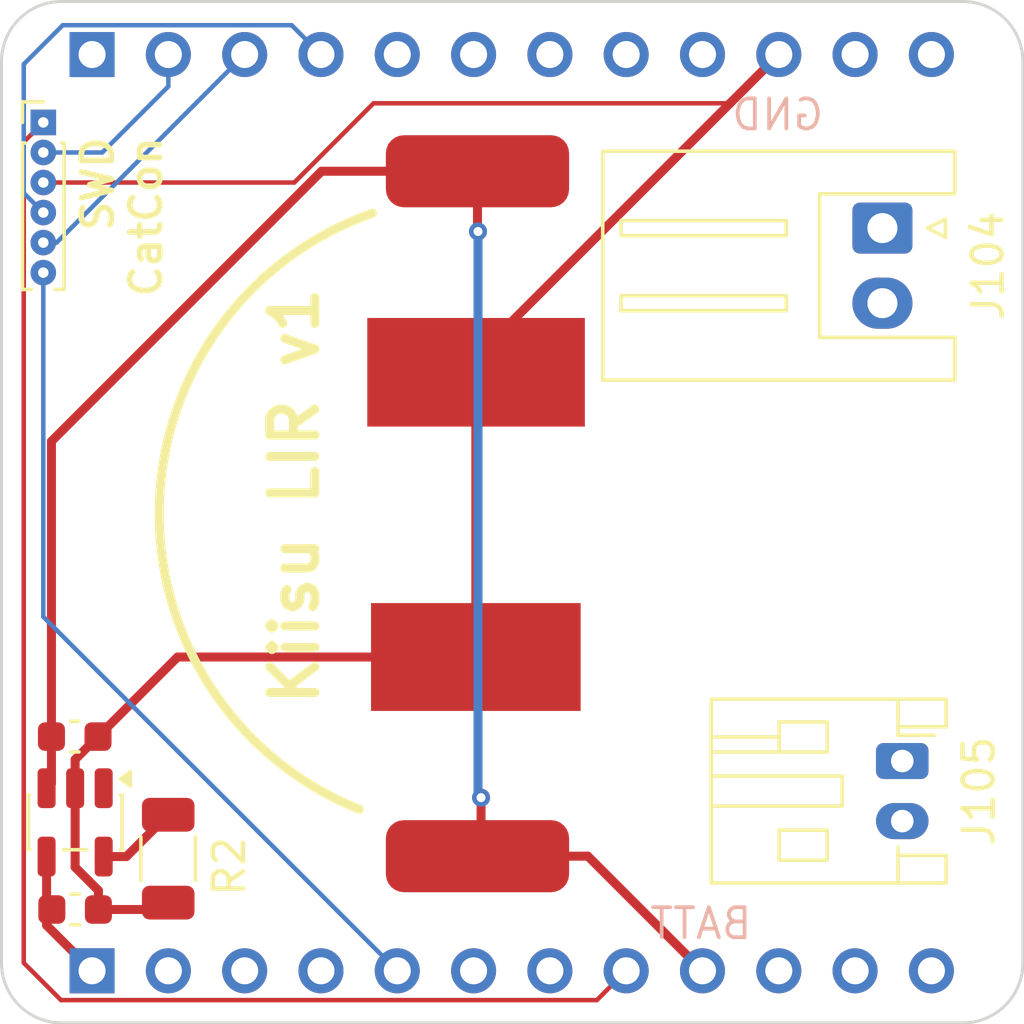
<source format=kicad_pcb>
(kicad_pcb (version 20241229) (generator "pcbnew") (generator_version "9.0")
  (layers (0 "F.Cu" signal) (2 "B.Cu" signal) (13 "F.Paste" user) (15 "B.Paste" user) (5 "F.SilkS" user "F.Silkscreen") (7 "B.SilkS" user "B.Silkscreen") (1 "F.Mask" user) (3 "B.Mask" user) (25 "Edge.Cuts" user))
  (net 0 "")
  (net 1 "GND")
  (net 2 "BATT")
  (net 3 "VUSB")
  (net 4 "NRST")
  (net 5 "SWCLK")
  (net 6 "+3V3")
  (net 7 "SWDIO")
  (net 8 "Net-(U2-PROG)")
  (net 23 "SWO")
  (net 25 "PW_ON")
  (footprint "Rainwalker:KiisuMiniV1" (layer "F.Cu") (at 65.74 157.29)
    (property "Reference" "U1" (hide yes))
    (property "Value" "KiisuMiniV1" (hide yes))
    (pad "1" thru_hole rect (at -13.97 15.25) (size 1.5 1.5) (drill 0.9) (layers "*.Cu" "*.Mask") (net 3 "VUSB"))
    (pad "2" thru_hole circle (at -11.43 15.25) (size 1.5 1.5) (drill 0.9) (layers "*.Cu" "*.Mask"))
    (pad "3" thru_hole circle (at -8.89 15.25) (size 1.5 1.5) (drill 0.9) (layers "*.Cu" "*.Mask"))
    (pad "4" thru_hole circle (at -6.35 15.25) (size 1.5 1.5) (drill 0.9) (layers "*.Cu" "*.Mask"))
    (pad "5" thru_hole circle (at -3.81 15.25) (size 1.5 1.5) (drill 0.9) (layers "*.Cu" "*.Mask") (net 23 "SWO"))
    (pad "6" thru_hole circle (at -1.27 15.25) (size 1.5 1.5) (drill 0.9) (layers "*.Cu" "*.Mask"))
    (pad "7" thru_hole circle (at 1.27 15.25) (size 1.5 1.5) (drill 0.9) (layers "*.Cu" "*.Mask"))
    (pad "8" thru_hole circle (at 3.81 15.25) (size 1.5 1.5) (drill 0.9) (layers "*.Cu" "*.Mask") (net 6 "+3V3"))
    (pad "9" thru_hole circle (at 6.35 15.25) (size 1.5 1.5) (drill 0.9) (layers "*.Cu" "*.Mask") (net 2 "BATT"))
    (pad "10" thru_hole circle (at 8.89 15.25) (size 1.5 1.5) (drill 0.9) (layers "*.Cu" "*.Mask"))
    (pad "11" thru_hole circle (at 11.43 15.25) (size 1.5 1.5) (drill 0.9) (layers "*.Cu" "*.Mask"))
    (pad "12" thru_hole circle (at 13.97 15.25) (size 1.5 1.5) (drill 0.9) (layers "*.Cu" "*.Mask"))
    (pad "13" thru_hole circle (at 13.97 -15.25) (size 1.5 1.5) (drill 0.9) (layers "*.Cu" "*.Mask"))
    (pad "14" thru_hole circle (at 11.43 -15.25) (size 1.5 1.5) (drill 0.9) (layers "*.Cu" "*.Mask"))
    (pad "15" thru_hole circle (at 8.89 -15.25) (size 1.5 1.5) (drill 0.9) (layers "*.Cu" "*.Mask") (net 1 "GND"))
    (pad "16" thru_hole circle (at 6.35 -15.25) (size 1.5 1.5) (drill 0.9) (layers "*.Cu" "*.Mask"))
    (pad "17" thru_hole circle (at 3.81 -15.25) (size 1.5 1.5) (drill 0.9) (layers "*.Cu" "*.Mask"))
    (pad "18" thru_hole circle (at 1.27 -15.25) (size 1.5 1.5) (drill 0.9) (layers "*.Cu" "*.Mask"))
    (pad "19" thru_hole circle (at -1.27 -15.25) (size 1.5 1.5) (drill 0.9) (layers "*.Cu" "*.Mask"))
    (pad "20" thru_hole circle (at -3.81 -15.25) (size 1.5 1.5) (drill 0.9) (layers "*.Cu" "*.Mask"))
    (pad "21" thru_hole circle (at -6.35 -15.25) (size 1.5 1.5) (drill 0.9) (layers "*.Cu" "*.Mask") (net 7 "SWDIO"))
    (pad "22" thru_hole circle (at -8.89 -15.25) (size 1.5 1.5) (drill 0.9) (layers "*.Cu" "*.Mask") (net 4 "NRST"))
    (pad "23" thru_hole circle (at -11.43 -15.25) (size 1.5 1.5) (drill 0.9) (layers "*.Cu" "*.Mask") (net 5 "SWCLK"))
    (pad "24" thru_hole rect (at -13.97 -15.25) (size 1.5 1.5) (drill 0.9) (layers "*.Cu" "*.Mask") (net 25 "PW_ON"))
  )
  (footprint "Capacitor_SMD:C_0603_1608Metric" (layer "F.Cu") (at 51.1934 164.7444)
    (property "Reference" "C2" (hide yes))
    (property "Value" "10uF" (hide yes))
    (fp_line (start -0.14058 -0.51) (end 0.14058 -0.51) (stroke (width 0.12)) (layer "F.SilkS"))
    (fp_line (start -0.14058 0.51) (end 0.14058 0.51) (stroke (width 0.12)) (layer "F.SilkS"))
    (pad "1" smd roundrect (at -0.775 0) (size 0.9 0.95) (layers "F.Cu" "F.Mask" "F.Paste") (net 2 "BATT"))
    (pad "2" smd roundrect (at 0.775 0) (size 0.9 0.95) (layers "F.Cu" "F.Mask" "F.Paste") (net 1 "GND"))
  )
  (footprint "Connector_JST:JST_PH_S2B-PH-K_1x02_P2.00mm_Horizontal" (layer "F.Cu") (at 78.74 165.5572 -90)
    (property "Reference" "J105" (at 1 -2.55 90) (layer "F.SilkS"))
    (property "Value" "Conn_01x02_Pin" (hide yes))
    (fp_line (start -2.06 6.36) (end 4.06 6.36) (stroke (width 0.12)) (layer "F.SilkS"))
    (fp_line (start 0.5 6.36) (end 0.5 2) (stroke (width 0.12)) (layer "F.SilkS"))
    (fp_line (start 4.06 6.36) (end 4.06 -1.46) (stroke (width 0.12)) (layer "F.SilkS"))
    (fp_line (start -1.3 4.1) (end -0.3 4.1) (stroke (width 0.12)) (layer "F.SilkS"))
    (fp_line (start -0.8 4.1) (end -0.8 6.36) (stroke (width 0.12)) (layer "F.SilkS"))
    (fp_line (start -0.3 4.1) (end -0.3 6.36) (stroke (width 0.12)) (layer "F.SilkS"))
    (fp_line (start -0.3 4.1) (end -0.3 2.5) (stroke (width 0.12)) (layer "F.SilkS"))
    (fp_line (start 2.3 4.1) (end 2.3 2.5) (stroke (width 0.12)) (layer "F.SilkS"))
    (fp_line (start 3.3 4.1) (end 2.3 4.1) (stroke (width 0.12)) (layer "F.SilkS"))
    (fp_line (start -1.3 2.5) (end -1.3 4.1) (stroke (width 0.12)) (layer "F.SilkS"))
    (fp_line (start -0.3 2.5) (end -1.3 2.5) (stroke (width 0.12)) (layer "F.SilkS"))
    (fp_line (start 2.3 2.5) (end 3.3 2.5) (stroke (width 0.12)) (layer "F.SilkS"))
    (fp_line (start 3.3 2.5) (end 3.3 4.1) (stroke (width 0.12)) (layer "F.SilkS"))
    (fp_line (start 0.5 2) (end 1.5 2) (stroke (width 0.12)) (layer "F.SilkS"))
    (fp_line (start 1.5 2) (end 1.5 6.36) (stroke (width 0.12)) (layer "F.SilkS"))
    (fp_line (start -2.06 0.14) (end -1.14 0.14) (stroke (width 0.12)) (layer "F.SilkS"))
    (fp_line (start -1.14 0.14) (end -1.14 -1.46) (stroke (width 0.12)) (layer "F.SilkS"))
    (fp_line (start -0.86 0.14) (end -1.14 0.14) (stroke (width 0.12)) (layer "F.SilkS"))
    (fp_line (start -0.86 0.14) (end -0.86 -1.075) (stroke (width 0.12)) (layer "F.SilkS"))
    (fp_line (start 3.14 0.14) (end 2.86 0.14) (stroke (width 0.12)) (layer "F.SilkS"))
    (fp_line (start 4.06 0.14) (end 3.14 0.14) (stroke (width 0.12)) (layer "F.SilkS"))
    (fp_line (start -2.06 -1.46) (end -2.06 6.36) (stroke (width 0.12)) (layer "F.SilkS"))
    (fp_line (start -1.14 -1.46) (end -2.06 -1.46) (stroke (width 0.12)) (layer "F.SilkS"))
    (fp_line (start 3.14 -1.46) (end 3.14 0.14) (stroke (width 0.12)) (layer "F.SilkS"))
    (fp_line (start 4.06 -1.46) (end 3.14 -1.46) (stroke (width 0.12)) (layer "F.SilkS"))
    (pad "1" thru_hole roundrect (at 0 0 270) (size 1.2 1.75) (drill 0.75) (layers "*.Cu" "*.Mask") (roundrect_rratio 0.208333))
    (pad "2" thru_hole oval (at 2 0 270) (size 1.2 1.75) (drill 0.75) (layers "*.Cu" "*.Mask"))
  )
  (footprint "Resistor_SMD:R_1206_3216Metric" (layer "F.Cu") (at 54.3052 168.8084 90)
    (property "Reference" "R2" (at -0.254 2.032 90) (layer "F.SilkS"))
    (property "Value" "56k 1206" (hide yes))
    (fp_line (start -0.727064 -0.91) (end 0.727064 -0.91) (stroke (width 0.12)) (layer "F.SilkS"))
    (fp_line (start -0.727064 0.91) (end 0.727064 0.91) (stroke (width 0.12)) (layer "F.SilkS"))
    (pad "1" smd roundrect (at -1.4625 0 90) (size 1.125 1.75) (layers "F.Cu" "F.Mask" "F.Paste") (roundrect_rratio 0.222222) (net 1 "GND"))
    (pad "2" smd roundrect (at 1.4625 0 90) (size 1.125 1.75) (layers "F.Cu" "F.Mask" "F.Paste") (roundrect_rratio 0.222222) (net 8 "Net-(U2-PROG)"))
  )
  (footprint "Package_TO_SOT_SMD:SOT-23-5" (layer "F.Cu") (at 51.2064 167.6 -90)
    (property "Reference" "U2" (hide yes))
    (property "Value" "MCP73831T-2ACI/OT" (hide yes))
    (fp_line (start -0.91 1.56) (end -0.91 1.51) (stroke (width 0.12)) (layer "F.SilkS"))
    (fp_line (start 0.91 1.56) (end -0.91 1.56) (stroke (width 0.12)) (layer "F.SilkS"))
    (fp_line (start 0.91 1.51) (end 0.91 1.56) (stroke (width 0.12)) (layer "F.SilkS"))
    (fp_line (start 0.91 -0.39) (end 0.91 0.39) (stroke (width 0.12)) (layer "F.SilkS"))
    (fp_line (start -0.91 -1.51) (end -0.91 -1.56) (stroke (width 0.12)) (layer "F.SilkS"))
    (fp_line (start -0.91 -1.56) (end 0.91 -1.56) (stroke (width 0.12)) (layer "F.SilkS"))
    (fp_line (start 0.91 -1.56) (end 0.91 -1.51) (stroke (width 0.12)) (layer "F.SilkS"))
    (fp_poly (pts (xy -1.45 -1.51) (xy -1.69 -1.84) (xy -1.21 -1.84)) (stroke (width 0.12)) (fill yes) (layer "F.SilkS"))
    (pad "1" smd roundrect (at -1.1375 -0.95 270) (size 1.325 0.6) (layers "F.Cu" "F.Mask" "F.Paste"))
    (pad "2" smd roundrect (at -1.1375 0 270) (size 1.325 0.6) (layers "F.Cu" "F.Mask" "F.Paste") (net 1 "GND"))
    (pad "3" smd roundrect (at -1.1375 0.95 270) (size 1.325 0.6) (layers "F.Cu" "F.Mask" "F.Paste") (net 2 "BATT"))
    (pad "4" smd roundrect (at 1.1375 0.95 270) (size 1.325 0.6) (layers "F.Cu" "F.Mask" "F.Paste") (net 3 "VUSB"))
    (pad "5" smd roundrect (at 1.1375 -0.95 270) (size 1.325 0.6) (layers "F.Cu" "F.Mask" "F.Paste") (net 8 "Net-(U2-PROG)"))
  )
  (footprint "Connector_JST:JST_XH_S2B-XH-A_1x02_P2.50mm_Horizontal" (layer "F.Cu") (at 78.0796 147.8172 -90)
    (property "Reference" "J104" (at 1.25 -3.51 90) (layer "F.SilkS"))
    (property "Value" "Conn_01x02_Pin" (hide yes))
    (fp_line (start -2.56 9.31) (end -2.56 -2.41) (stroke (width 0.12)) (layer "F.SilkS"))
    (fp_line (start 1.25 9.31) (end -2.56 9.31) (stroke (width 0.12)) (layer "F.SilkS"))
    (fp_line (start 1.25 9.31) (end 5.06 9.31) (stroke (width 0.12)) (layer "F.SilkS"))
    (fp_line (start 5.06 9.31) (end 5.06 -2.41) (stroke (width 0.12)) (layer "F.SilkS"))
    (fp_line (start -0.25 8.7) (end 0.25 8.7) (stroke (width 0.12)) (layer "F.SilkS"))
    (fp_line (start 0.25 8.7) (end 0.25 3.2) (stroke (width 0.12)) (layer "F.SilkS"))
    (fp_line (start 2.25 8.7) (end 2.75 8.7) (stroke (width 0.12)) (layer "F.SilkS"))
    (fp_line (start 2.75 8.7) (end 2.75 3.2) (stroke (width 0.12)) (layer "F.SilkS"))
    (fp_line (start -0.25 3.2) (end -0.25 8.7) (stroke (width 0.12)) (layer "F.SilkS"))
    (fp_line (start 0.25 3.2) (end -0.25 3.2) (stroke (width 0.12)) (layer "F.SilkS"))
    (fp_line (start 2.25 3.2) (end 2.25 8.7) (stroke (width 0.12)) (layer "F.SilkS"))
    (fp_line (start 2.75 3.2) (end 2.25 3.2) (stroke (width 0.12)) (layer "F.SilkS"))
    (fp_line (start -1.14 2.09) (end 1.25 2.09) (stroke (width 0.12)) (layer "F.SilkS"))
    (fp_line (start 3.64 2.09) (end 1.25 2.09) (stroke (width 0.12)) (layer "F.SilkS"))
    (fp_line (start 0 -1.5) (end -0.3 -2.1) (stroke (width 0.12)) (layer "F.SilkS"))
    (fp_line (start -0.3 -2.1) (end 0.3 -2.1) (stroke (width 0.12)) (layer "F.SilkS"))
    (fp_line (start 0.3 -2.1) (end 0 -1.5) (stroke (width 0.12)) (layer "F.SilkS"))
    (fp_line (start -2.56 -2.41) (end -1.14 -2.41) (stroke (width 0.12)) (layer "F.SilkS"))
    (fp_line (start -1.14 -2.41) (end -1.14 2.09) (stroke (width 0.12)) (layer "F.SilkS"))
    (fp_line (start 3.64 -2.41) (end 3.64 2.09) (stroke (width 0.12)) (layer "F.SilkS"))
    (fp_line (start 5.06 -2.41) (end 3.64 -2.41) (stroke (width 0.12)) (layer "F.SilkS"))
    (pad "1" thru_hole roundrect (at 0 0 270) (size 1.7 2) (drill 1) (layers "*.Cu" "*.Mask") (roundrect_rratio 0.147059))
    (pad "2" thru_hole oval (at 2.5 0 270) (size 1.7 2) (drill 1) (layers "*.Cu" "*.Mask"))
  )
  (footprint "Capacitor_SMD:C_0603_1608Metric" (layer "F.Cu") (at 51.2064 170.5 180)
    (property "Reference" "C1" (hide yes))
    (property "Value" "10uF" (hide yes))
    (fp_line (start -0.14058 0.51) (end 0.14058 0.51) (stroke (width 0.12)) (layer "F.SilkS"))
    (fp_line (start -0.14058 -0.51) (end 0.14058 -0.51) (stroke (width 0.12)) (layer "F.SilkS"))
    (pad "1" smd roundrect (at -0.775 0 180) (size 0.9 0.95) (layers "F.Cu" "F.Mask" "F.Paste") (net 1 "GND"))
    (pad "2" smd roundrect (at 0.775 0 180) (size 0.9 0.95) (layers "F.Cu" "F.Mask" "F.Paste") (net 3 "VUSB"))
  )
  (footprint "Rainwalker:PinHeader_1x06_P1.00 press" (layer "F.Cu") (at 50.147 144.3)
    (property "Reference" "J101" (hide yes))
    (property "Value" "ZX-PZ1.0-1-4PZZ" (hide yes))
    (fp_line (start -0.695 -0.685) (end 0 -0.685) (stroke (width 0.12)) (layer "F.SilkS"))
    (fp_line (start -0.695 0) (end -0.695 -0.685) (stroke (width 0.12)) (layer "F.SilkS"))
    (fp_line (start -0.695 0.685) (end -0.695 5.56) (stroke (width 0.12)) (layer "F.SilkS"))
    (fp_line (start -0.695 0.685) (end -0.608276 0.685) (stroke (width 0.12)) (layer "F.SilkS"))
    (fp_line (start -0.695 5.56) (end -0.394493 5.56) (stroke (width 0.12)) (layer "F.SilkS"))
    (fp_line (start 0.394493 5.56) (end 0.695 5.56) (stroke (width 0.12)) (layer "F.SilkS"))
    (fp_line (start 0.608276 0.685) (end 0.695 0.685) (stroke (width 0.12)) (layer "F.SilkS"))
    (fp_line (start 0.695 0.685) (end 0.695 5.56) (stroke (width 0.12)) (layer "F.SilkS"))
    (pad "" np_thru_hole circle (at 1.5 0) (size 0.5 0.5) (drill 0.762) (layers "*.Cu" "*.Mask"))
    (pad "" np_thru_hole circle (at 1.5 4) (size 0.5 0.5) (drill 0.762) (layers "*.Cu" "*.Mask"))
    (pad "1" thru_hole rect (at 0 0) (size 0.85 0.85) (drill 0.35) (layers "*.Cu" "*.Mask") (net 6 "+3V3"))
    (pad "2" thru_hole oval (at 0 1) (size 0.85 0.85) (drill 0.35) (layers "*.Cu" "*.Mask") (net 5 "SWCLK"))
    (pad "3" thru_hole oval (at 0 2) (size 0.85 0.85) (drill 0.35) (layers "*.Cu" "*.Mask") (net 1 "GND"))
    (pad "4" thru_hole oval (at 0 3) (size 0.85 0.85) (drill 0.35) (layers "*.Cu" "*.Mask") (net 7 "SWDIO"))
    (pad "5" thru_hole oval (at 0 4) (size 0.85 0.85) (drill 0.35) (layers "*.Cu" "*.Mask") (net 4 "NRST"))
    (pad "6" thru_hole oval (at 0 5) (size 0.85 0.85) (drill 0.35) (layers "*.Cu" "*.Mask") (net 23 "SWO"))
  )
  (footprint "Rainwalker:CR2032-3" (layer "F.Cu") (at 64.6 157.325 90)
    (property "Reference" "BT1" (hide yes))
    (property "Value" "MY-2032-12" (hide yes))
    (fp_arc (start -9.837034 -3.934814) (mid 0.232175 -10.592266) (end 10 -3.5) (stroke (width 0.3)) (layer "F.SilkS"))
    (pad "+" smd roundrect (at -11.4 0 90) (size 2.4 6.1) (layers "F.Cu" "F.Mask" "F.Paste") (net 2 "BATT"))
    (pad "+" smd roundrect (at 11.4 0 90) (size 2.4 6.1) (layers "F.Cu" "F.Mask" "F.Paste") (net 2 "BATT"))
    (pad "-" smd rect (at -4.770312 -0.054687 90) (size 3.590624 6.978124) (layers "F.Cu" "F.Mask") (net 1 "GND"))
    (pad "-" smd rect (at 4.707812 -0.046875 90) (size 3.615624 7.24375) (layers "F.Cu" "F.Mask") (net 1 "GND"))
  )
  (gr_line (start 80.7555 174.2745) (end 50.7555 174.2745) (stroke (width 0.1)) (layer "Edge.Cuts"))
  (gr_line (start 82.7555 142.2745) (end 82.7555 172.2745) (stroke (width 0.1)) (layer "Edge.Cuts"))
  (gr_arc (start 50.7555 174.2745) (mid 49.341286 173.688714) (end 48.7555 172.2745) (stroke (width 0.1)) (layer "Edge.Cuts"))
  (gr_line (start 50.7555 140.2745) (end 80.7555 140.2745) (stroke (width 0.1)) (layer "Edge.Cuts"))
  (gr_line (start 48.7555 172.2745) (end 48.7555 142.2745) (stroke (width 0.1)) (layer "Edge.Cuts"))
  (gr_arc (start 82.7555 172.2745) (mid 82.169714 173.688714) (end 80.7555 174.2745) (stroke (width 0.1)) (layer "Edge.Cuts"))
  (gr_arc (start 80.7555 140.2745) (mid 82.169714 140.860286) (end 82.7555 142.2745) (stroke (width 0.1)) (layer "Edge.Cuts"))
  (gr_arc (start 48.7555 142.2745) (mid 49.341286 140.860286) (end 50.7555 140.2745) (stroke (width 0.1)) (layer "Edge.Cuts"))
  (gr_text "Kiisu LIR v1" (at 59.3852 163.83 90) (layer "F.SilkS") (effects (font (size 1.5 1.5) (thickness 0.3) (bold yes)) (justify left bottom)))
  (gr_text "SWD\nCatCon" (at 54.1528 144.6784 90) (layer "F.SilkS") (effects (font (size 1 1) (thickness 0.1875)) (justify right bottom)))
  (gr_text "BATT" (at 73.8124 171.5516 0) (layer "B.SilkS") (effects (font (size 1 1) (thickness 0.125)) (justify left bottom mirror)))
  (gr_text "GND" (at 76.2 144.6276 0) (layer "B.SilkS") (effects (font (size 1 1) (thickness 0.125)) (justify left bottom mirror)))
  (segment (start 51.2064 169.091968) (end 51.9814 169.866968) (width 0.3) (layer "F.Cu") (net 1))
  (segment (start 64.545313 162.095312) (end 54.617488 162.095312) (width 0.3) (layer "F.Cu") (net 1))
  (segment (start 50.147 146.3) (end 58.501856 146.3) (width 0.15) (layer "F.Cu") (net 1))
  (segment (start 64.553125 152.116875) (end 73.0076 143.6624) (width 0.3) (layer "F.Cu") (net 1))
  (segment (start 51.9684 164.7444) (end 51.2064 165.5064) (width 0.3) (layer "F.Cu") (net 1))
  (segment (start 61.139456 143.6624) (end 73.0076 143.6624) (width 0.15) (layer "F.Cu") (net 1))
  (segment (start 73.0076 143.6624) (end 74.63 142.04) (width 0.3) (layer "F.Cu") (net 1))
  (segment (start 54.617488 162.095312) (end 51.9684 164.7444) (width 0.3) (layer "F.Cu") (net 1))
  (segment (start 58.501856 146.3) (end 61.139456 143.6624) (width 0.15) (layer "F.Cu") (net 1))
  (segment (start 51.9814 169.866968) (end 51.9814 170.5) (width 0.3) (layer "F.Cu") (net 1))
  (segment (start 51.2064 166.4625) (end 51.2064 169.091968) (width 0.3) (layer "F.Cu") (net 1))
  (segment (start 64.545313 152.625) (end 64.553125 152.617188) (width 0.3) (layer "F.Cu") (net 1))
  (segment (start 64.545313 162.095312) (end 64.545313 152.625) (width 0.3) (layer "F.Cu") (net 1))
  (segment (start 51.2064 165.5064) (end 51.2064 166.4625) (width 0.3) (layer "F.Cu") (net 1))
  (segment (start 54.0761 170.5) (end 54.3052 170.2709) (width 0.3) (layer "F.Cu") (net 1))
  (segment (start 51.9814 170.5) (end 54.0761 170.5) (width 0.3) (layer "F.Cu") (net 1))
  (segment (start 64.553125 152.617188) (end 64.553125 152.116875) (width 0.3) (layer "F.Cu") (net 1))
  (segment (start 50.4184 166.3005) (end 50.2564 166.4625) (width 0.3) (layer "F.Cu") (net 2))
  (segment (start 64.6 168.725) (end 68.275 168.725) (width 0.3) (layer "F.Cu") (net 2))
  (segment (start 59.4086 145.925) (end 50.4184 154.9152) (width 0.3) (layer "F.Cu") (net 2))
  (segment (start 50.4184 164.7444) (end 50.4184 166.3005) (width 0.3) (layer "F.Cu") (net 2))
  (segment (start 50.4184 154.9152) (end 50.4184 164.7444) (width 0.3) (layer "F.Cu") (net 2))
  (segment (start 64.6 147.912) (end 64.6176 147.9296) (width 0.3) (layer "F.Cu") (net 2))
  (segment (start 64.6 145.925) (end 59.4086 145.925) (width 0.3) (layer "F.Cu") (net 2))
  (segment (start 64.6 145.925) (end 64.6 147.912) (width 0.3) (layer "F.Cu") (net 2))
  (segment (start 64.7192 166.7764) (end 64.7192 168.6058) (width 0.3) (layer "F.Cu") (net 2))
  (segment (start 68.275 168.725) (end 72.09 172.54) (width 0.3) (layer "F.Cu") (net 2))
  (segment (start 64.7192 168.6058) (end 64.6 168.725) (width 0.3) (layer "F.Cu") (net 2))
  (via (at 64.6176 147.9296) (size 0.6) (drill 0.3) (layers "F.Cu" "B.Cu") (net 2))
  (via (at 64.7192 166.7764) (size 0.6) (drill 0.3) (layers "F.Cu" "B.Cu") (net 2))
  (segment (start 64.6176 166.6748) (end 64.7192 166.7764) (width 0.3) (layer "B.Cu") (net 2))
  (segment (start 64.6176 147.9296) (end 64.6176 166.6748) (width 0.3) (layer "B.Cu") (net 2))
  (segment (start 50.2564 168.7375) (end 50.2564 171.0264) (width 0.3) (layer "F.Cu") (net 3))
  (segment (start 50.2564 171.0264) (end 51.77 172.54) (width 0.3) (layer "F.Cu") (net 3))
  (segment (start 56.85 142.04) (end 50.59 148.3) (width 0.15) (layer "B.Cu") (net 4))
  (segment (start 50.59 148.3) (end 50.147 148.3) (width 0.15) (layer "B.Cu") (net 4))
  (segment (start 54.31 143.10066) (end 52.11066 145.3) (width 0.15) (layer "B.Cu") (net 5))
  (segment (start 52.11066 145.3) (end 50.147 145.3) (width 0.15) (layer "B.Cu") (net 5))
  (segment (start 54.31 142.04) (end 54.31 143.10066) (width 0.15) (layer "B.Cu") (net 5))
  (segment (start 50.147 144.3) (end 49.496 144.951) (width 0.15) (layer "F.Cu") (net 6))
  (segment (start 50.735695 173.516) (end 68.574 173.516) (width 0.15) (layer "F.Cu") (net 6))
  (segment (start 49.496 172.276305) (end 50.735695 173.516) (width 0.15) (layer "F.Cu") (net 6))
  (segment (start 49.496 144.951) (end 49.496 172.276305) (width 0.15) (layer "F.Cu") (net 6))
  (segment (start 68.574 173.516) (end 69.55 172.54) (width 0.15) (layer "F.Cu") (net 6))
  (segment (start 49.496 146.649) (end 49.496 142.362) (width 0.15) (layer "B.Cu") (net 7))
  (segment (start 49.496 142.362) (end 50.794 141.064) (width 0.15) (layer "B.Cu") (net 7))
  (segment (start 50.794 141.064) (end 58.414 141.064) (width 0.15) (layer "B.Cu") (net 7))
  (segment (start 58.414 141.064) (end 59.39 142.04) (width 0.15) (layer "B.Cu") (net 7))
  (segment (start 50.147 147.3) (end 49.496 146.649) (width 0.15) (layer "B.Cu") (net 7))
  (segment (start 52.9136 168.7375) (end 54.3052 167.3459) (width 0.3) (layer "F.Cu") (net 8))
  (segment (start 52.1564 168.7375) (end 52.9136 168.7375) (width 0.3) (layer "F.Cu") (net 8))
  (segment (start 50.147 160.757) (end 61.93 172.54) (width 0.15) (layer "B.Cu") (net 23))
  (segment (start 50.147 149.3) (end 50.147 160.757) (width 0.15) (layer "B.Cu") (net 23))
)
</source>
